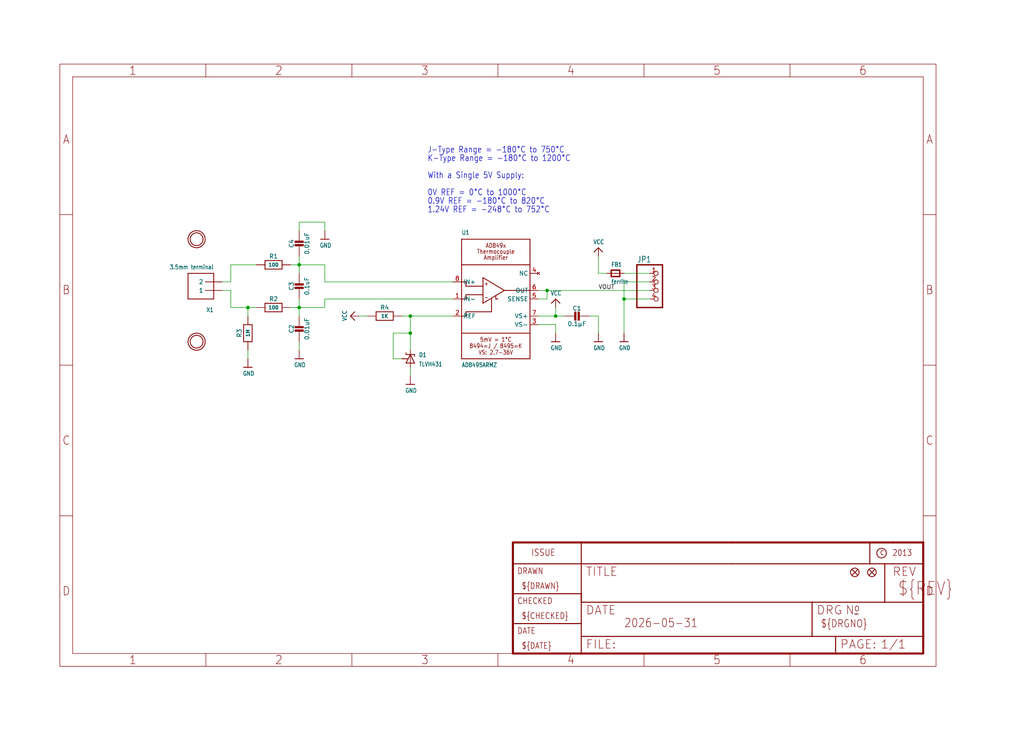
<source format=kicad_sch>
(kicad_sch (version 20230121) (generator eeschema)
  (paper "User" 304.267 217.322)
  (lib_symbols
    (symbol "working-eagle-import:AD849X"
      (property "Reference" "U" (at -10.16 19.05 0))
      (symbol "AD849X_1_0"
        (polyline (pts (xy -10.16 -10.16) (xy -10.16 -17.78)) (stroke (width 0.254)))
        (polyline (pts (xy -10.16 -10.16) (xy -10.16 -5.08)) (stroke (width 0.254)))
        (polyline (pts (xy -10.16 -5.08) (xy -10.16 0)) (stroke (width 0.254)))
        (polyline (pts (xy -10.16 0) (xy -10.16 5.08)) (stroke (width 0.254)))
        (polyline (pts (xy -10.16 0) (xy -8.89 0)) (stroke (width 0.254)))
        (polyline (pts (xy -10.16 5.08) (xy -10.16 10.16)) (stroke (width 0.254)))
        (polyline (pts (xy -10.16 5.08) (xy -8.89 5.08)) (stroke (width 0.254)))
        (polyline (pts (xy -10.16 10.16) (xy -10.16 17.78)) (stroke (width 0.254)))
        (polyline (pts (xy -10.16 10.16) (xy 10.16 10.16)) (stroke (width 0.254)))
        (polyline (pts (xy -10.16 17.78) (xy 10.16 17.78)) (stroke (width 0.254)))
        (polyline (pts (xy -8.89 -5.08) (xy -10.16 -5.08)) (stroke (width 0.254)))
        (polyline (pts (xy -8.89 -3.81) (xy -8.89 -5.08)) (stroke (width 0.254)))
        (polyline (pts (xy -8.89 0) (xy -8.89 1.27)) (stroke (width 0.254)))
        (polyline (pts (xy -8.89 1.27) (xy -3.81 1.27)) (stroke (width 0.254)))
        (polyline (pts (xy -8.89 3.81) (xy -3.81 3.81)) (stroke (width 0.254)))
        (polyline (pts (xy -8.89 5.08) (xy -8.89 3.81)) (stroke (width 0.254)))
        (polyline (pts (xy -3.81 -1.27) (xy -3.81 1.27)) (stroke (width 0.254)))
        (polyline (pts (xy -3.81 1.27) (xy -3.81 3.81)) (stroke (width 0.254)))
        (polyline (pts (xy -3.81 3.81) (xy -3.81 6.35)) (stroke (width 0.254)))
        (polyline (pts (xy -3.81 6.35) (xy 2.54 2.54)) (stroke (width 0.254)))
        (polyline (pts (xy -1.27 -3.81) (xy -8.89 -3.81)) (stroke (width 0.254)))
        (polyline (pts (xy -1.27 0) (xy -1.27 -3.81)) (stroke (width 0.254)))
        (polyline (pts (xy 0 0) (xy 0 1.016)) (stroke (width 0.254)))
        (polyline (pts (xy 0 0) (xy 0.635 0)) (stroke (width 0.254)))
        (polyline (pts (xy 0 1.016) (xy -3.81 -1.27)) (stroke (width 0.254)))
        (polyline (pts (xy 2.54 2.54) (xy 0 1.016)) (stroke (width 0.254)))
        (polyline (pts (xy 2.54 2.54) (xy 10.16 2.54)) (stroke (width 0.254)))
        (polyline (pts (xy 10.16 -17.78) (xy -10.16 -17.78)) (stroke (width 0.254)))
        (polyline (pts (xy 10.16 -10.16) (xy -10.16 -10.16)) (stroke (width 0.254)))
        (polyline (pts (xy 10.16 -10.16) (xy 10.16 -17.78)) (stroke (width 0.254)))
        (polyline (pts (xy 10.16 2.54) (xy 10.16 -10.16)) (stroke (width 0.254)))
        (polyline (pts (xy 10.16 10.16) (xy 10.16 2.54)) (stroke (width 0.254)))
        (polyline (pts (xy 10.16 17.78) (xy 10.16 10.16)) (stroke (width 0.254)))
        (text "+" (at -2.794 4.572 0) (effects (font (size 1.27 1.0795))))
        (text "-" (at -2.794 0.508 0) (effects (font (size 1.27 1.0795))))
        (text "5mV = 1°C" (at 0 -12.065 0) (effects (font (size 1.27 1.0795))))
        (text "8494=J / 8495=K" (at 0 -13.97 0) (effects (font (size 1.27 1.0795))))
        (text "AD849x" (at 0 15.875 0) (effects (font (size 1.27 1.0795))))
        (text "Amplifier" (at 0 12.319 0) (effects (font (size 1.27 1.0795))))
        (text "Thermocouple" (at 0 14.097 0) (effects (font (size 1.27 1.0795))))
        (text "VS: 2.7-36V" (at 0 -15.875 0) (effects (font (size 1.27 1.0795))))
        (pin input line (at -12.7 0 0) (length 2.54) (name "IN-") (number "1"))
        (pin input line (at -12.7 -5.08 0) (length 2.54) (name "REF") (number "2"))
        (pin power_in line (at 12.7 -7.62 180) (length 2.54) (name "VS-") (number "3"))
        (pin no_connect line (at 12.7 7.62 180) (length 2.54) (name "NC") (number "4"))
        (pin bidirectional line (at 12.7 0 180) (length 2.54) (name "SENSE") (number "5"))
        (pin output line (at 12.7 2.54 180) (length 2.54) (name "OUT") (number "6"))
        (pin power_in line (at 12.7 -5.08 180) (length 2.54) (name "VS+") (number "7"))
        (pin input line (at -12.7 5.08 0) (length 2.54) (name "IN+") (number "8"))
      )
    )
    (symbol "working-eagle-import:CAP_CERAMIC0805-NOOUTLINE"
      (property "Reference" "C" (at -2.29 1.25 90))
      (symbol "CAP_CERAMIC0805-NOOUTLINE_1_0"
        (rectangle (start -1.27 0.508) (end 1.27 1.016) (fill (type outline)))
        (rectangle (start -1.27 1.524) (end 1.27 2.032) (fill (type outline)))
        (polyline (pts (xy 0 0.762) (xy 0 0)) (stroke (width 0.1524)))
        (polyline (pts (xy 0 2.54) (xy 0 1.778)) (stroke (width 0.1524)))
        (pin passive line (at 0 5.08 270) (length 2.54) (name "1") (number "1"))
        (pin passive line (at 0 -2.54 90) (length 2.54) (name "2") (number "2"))
      )
    )
    (symbol "working-eagle-import:FERRITE0805"
      (property "Reference" "FB" (at -1.27 1.905 0))
      (symbol "FERRITE0805_1_0"
        (polyline (pts (xy -1.27 -0.9525) (xy -1.27 0.9525)) (stroke (width 0.4064)))
        (polyline (pts (xy -1.27 0.9525) (xy 1.27 0.9525)) (stroke (width 0.4064)))
        (polyline (pts (xy 1.27 -0.9525) (xy -1.27 -0.9525)) (stroke (width 0.4064)))
        (polyline (pts (xy 1.27 0.9525) (xy 1.27 -0.9525)) (stroke (width 0.4064)))
        (pin passive line (at -2.54 0 0) (length 2.54) (name "P$1") (number "1"))
        (pin passive line (at 2.54 0 180) (length 2.54) (name "P$2") (number "2"))
      )
    )
    (symbol "working-eagle-import:FIDUCIAL{dblquote}{dblquote}"
      (symbol "FIDUCIAL{dblquote}{dblquote}_1_0"
        (polyline (pts (xy -0.762 0.762) (xy 0.762 -0.762)) (stroke (width 0.254)))
        (polyline (pts (xy 0.762 0.762) (xy -0.762 -0.762)) (stroke (width 0.254)))
        (circle (center 0 0) (radius 1.27) (stroke (width 0.254)))
      )
    )
    (symbol "working-eagle-import:FRAME_A4"
      (symbol "FRAME_A4_1_0"
        (polyline (pts (xy 0 44.7675) (xy 3.81 44.7675)))
        (polyline (pts (xy 0 89.535) (xy 3.81 89.535)))
        (polyline (pts (xy 0 134.3025) (xy 3.81 134.3025)))
        (polyline (pts (xy 3.81 3.81) (xy 3.81 175.26)))
        (polyline (pts (xy 43.3917 0) (xy 43.3917 3.81)))
        (polyline (pts (xy 43.3917 175.26) (xy 43.3917 179.07)))
        (polyline (pts (xy 86.7833 0) (xy 86.7833 3.81)))
        (polyline (pts (xy 86.7833 175.26) (xy 86.7833 179.07)))
        (polyline (pts (xy 130.175 0) (xy 130.175 3.81)))
        (polyline (pts (xy 130.175 175.26) (xy 130.175 179.07)))
        (polyline (pts (xy 173.5667 0) (xy 173.5667 3.81)))
        (polyline (pts (xy 173.5667 175.26) (xy 173.5667 179.07)))
        (polyline (pts (xy 216.9583 0) (xy 216.9583 3.81)))
        (polyline (pts (xy 216.9583 175.26) (xy 216.9583 179.07)))
        (polyline (pts (xy 256.54 3.81) (xy 3.81 3.81)))
        (polyline (pts (xy 256.54 3.81) (xy 256.54 8.89)) (stroke (width 0.1016)))
        (polyline (pts (xy 256.54 3.81) (xy 256.54 175.26)))
        (polyline (pts (xy 256.54 8.89) (xy 256.54 13.97)) (stroke (width 0.1016)))
        (polyline (pts (xy 256.54 13.97) (xy 256.54 19.05)) (stroke (width 0.1016)))
        (polyline (pts (xy 256.54 19.05) (xy 256.54 36.83)) (stroke (width 0.1016)))
        (polyline (pts (xy 256.54 44.7675) (xy 260.35 44.7675)))
        (polyline (pts (xy 256.54 89.535) (xy 260.35 89.535)))
        (polyline (pts (xy 256.54 134.3025) (xy 260.35 134.3025)))
        (polyline (pts (xy 256.54 175.26) (xy 3.81 175.26)))
        (polyline (pts (xy 0 0) (xy 260.35 0) (xy 260.35 179.07) (xy 0 179.07) (xy 0 0)))
        (text "1" (at 21.6958 1.905 0) (effects (font (size 2.54 2.286))))
        (text "1" (at 21.6958 177.165 0) (effects (font (size 2.54 2.286))))
        (text "2" (at 65.0875 1.905 0) (effects (font (size 2.54 2.286))))
        (text "2" (at 65.0875 177.165 0) (effects (font (size 2.54 2.286))))
        (text "3" (at 108.4792 1.905 0) (effects (font (size 2.54 2.286))))
        (text "3" (at 108.4792 177.165 0) (effects (font (size 2.54 2.286))))
        (text "4" (at 151.8708 1.905 0) (effects (font (size 2.54 2.286))))
        (text "4" (at 151.8708 177.165 0) (effects (font (size 2.54 2.286))))
        (text "5" (at 195.2625 1.905 0) (effects (font (size 2.54 2.286))))
        (text "5" (at 195.2625 177.165 0) (effects (font (size 2.54 2.286))))
        (text "6" (at 238.6542 1.905 0) (effects (font (size 2.54 2.286))))
        (text "6" (at 238.6542 177.165 0) (effects (font (size 2.54 2.286))))
        (text "A" (at 1.905 156.6863 0) (effects (font (size 2.54 2.286))))
        (text "A" (at 258.445 156.6863 0) (effects (font (size 2.54 2.286))))
        (text "B" (at 1.905 111.9188 0) (effects (font (size 2.54 2.286))))
        (text "B" (at 258.445 111.9188 0) (effects (font (size 2.54 2.286))))
        (text "C" (at 1.905 67.1513 0) (effects (font (size 2.54 2.286))))
        (text "C" (at 258.445 67.1513 0) (effects (font (size 2.54 2.286))))
        (text "D" (at 1.905 22.3838 0) (effects (font (size 2.54 2.286))))
        (text "D" (at 258.445 22.3838 0) (effects (font (size 2.54 2.286))))
      )
      (symbol "FRAME_A4_2_0"
        (polyline (pts (xy 1.27 -6.35) (xy 1.27 0)) (stroke (width 0.1016)))
        (polyline (pts (xy 1.27 0) (xy 82.55 0)) (stroke (width 0.1016)))
        (polyline (pts (xy 82.55 -6.35) (xy 1.27 -6.35)) (stroke (width 0.1016)))
        (polyline (pts (xy 82.55 0) (xy 82.55 -6.35)) (stroke (width 0.1016)))
        (text "PART OR WHOLE IS STRICTLY PROHIBITED WITHOUT WRITTEN PERMISSION!" (at 3.81 -5.08 0) (effects (font (size 1.27 1.0795)) (justify left bottom)))
        (text "PROPRIETARY" (at 3.81 -10.16 0) (effects (font (size 2.54 2.159) (thickness 0.4318) bold) (justify left bottom)))
        (text "THIS DRAWING CONTAINS CONFIDENTIAL INFORMATION. ANY REPRODUCTION IN" (at 3.81 -2.794 0) (effects (font (size 1.27 1.0795)) (justify left bottom)))
      )
      (symbol "FRAME_A4_3_0"
        (polyline (pts (xy 0 1.27) (xy 20.32 1.27)) (stroke (width 0.6096)))
        (polyline (pts (xy 0 10.16) (xy 0 1.27)) (stroke (width 0.6096)))
        (polyline (pts (xy 0 10.16) (xy 20.32 10.16)) (stroke (width 0.3048)))
        (polyline (pts (xy 0 19.05) (xy 0 10.16)) (stroke (width 0.6096)))
        (polyline (pts (xy 0 19.05) (xy 20.32 19.05)) (stroke (width 0.3048)))
        (polyline (pts (xy 0 27.94) (xy 0 19.05)) (stroke (width 0.6096)))
        (polyline (pts (xy 0 27.94) (xy 20.32 27.94)) (stroke (width 0.3048)))
        (polyline (pts (xy 0 34.29) (xy 0 27.94)) (stroke (width 0.6096)))
        (polyline (pts (xy 20.32 1.27) (xy 20.32 6.35)) (stroke (width 0.3048)))
        (polyline (pts (xy 20.32 1.27) (xy 95.885 1.27)) (stroke (width 0.6096)))
        (polyline (pts (xy 20.32 6.35) (xy 20.32 10.16)) (stroke (width 0.3048)))
        (polyline (pts (xy 20.32 6.35) (xy 88.9 6.35)) (stroke (width 0.3048)))
        (polyline (pts (xy 20.32 10.16) (xy 20.32 19.05)) (stroke (width 0.3048)))
        (polyline (pts (xy 20.32 16.51) (xy 20.32 19.05)) (stroke (width 0.3048)))
        (polyline (pts (xy 20.32 19.05) (xy 20.32 27.94)) (stroke (width 0.3048)))
        (polyline (pts (xy 20.32 27.94) (xy 20.32 34.29)) (stroke (width 0.3048)))
        (polyline (pts (xy 20.32 27.94) (xy 65.0875 27.94)) (stroke (width 0.3048)))
        (polyline (pts (xy 20.32 34.29) (xy 0 34.29)) (stroke (width 0.6096)))
        (polyline (pts (xy 65.0875 27.94) (xy 106.045 27.94)) (stroke (width 0.3048)))
        (polyline (pts (xy 65.0875 34.29) (xy 20.32 34.29)) (stroke (width 0.6096)))
        (polyline (pts (xy 88.9 6.35) (xy 95.885 6.35)) (stroke (width 0.3048)))
        (polyline (pts (xy 88.9 16.51) (xy 20.32 16.51)) (stroke (width 0.3048)))
        (polyline (pts (xy 88.9 16.51) (xy 88.9 6.35)) (stroke (width 0.3048)))
        (polyline (pts (xy 95.885 1.27) (xy 121.92 1.27)) (stroke (width 0.6096)))
        (polyline (pts (xy 95.885 6.35) (xy 95.885 1.27)) (stroke (width 0.3048)))
        (polyline (pts (xy 95.885 6.35) (xy 121.92 6.35)) (stroke (width 0.3048)))
        (polyline (pts (xy 101.6 13.0175) (xy 102.5525 13.0175)) (stroke (width 0.254)))
        (polyline (pts (xy 106.045 27.94) (xy 106.045 34.29)) (stroke (width 0.3048)))
        (polyline (pts (xy 106.045 27.94) (xy 110.49 27.94)) (stroke (width 0.3048)))
        (polyline (pts (xy 106.045 34.29) (xy 65.0875 34.29)) (stroke (width 0.6096)))
        (polyline (pts (xy 110.49 16.51) (xy 88.9 16.51)) (stroke (width 0.3048)))
        (polyline (pts (xy 110.49 27.94) (xy 110.49 16.51)) (stroke (width 0.3048)))
        (polyline (pts (xy 110.49 27.94) (xy 113.03 27.94)) (stroke (width 0.3048)))
        (polyline (pts (xy 113.03 27.94) (xy 121.92 27.94)) (stroke (width 0.3048)))
        (polyline (pts (xy 113.03 34.29) (xy 106.045 34.29)) (stroke (width 0.6096)))
        (polyline (pts (xy 121.92 6.35) (xy 121.92 1.27)) (stroke (width 0.6096)))
        (polyline (pts (xy 121.92 16.51) (xy 110.49 16.51)) (stroke (width 0.3048)))
        (polyline (pts (xy 121.92 16.51) (xy 121.92 6.35)) (stroke (width 0.6096)))
        (polyline (pts (xy 121.92 27.94) (xy 121.92 16.51)) (stroke (width 0.6096)))
        (polyline (pts (xy 121.92 34.29) (xy 113.03 34.29)) (stroke (width 0.6096)))
        (polyline (pts (xy 121.92 34.29) (xy 121.92 27.94)) (stroke (width 0.6096)))
        (circle (center 109.5375 31.115) (radius 1.4199) (stroke (width 0.254)))
        (text "${#}/${##}" (at 109.22 2.54 0) (effects (font (size 2.54 2.54)) (justify left bottom)))
        (text "${CHECKED}" (at 2.54 11.43 0) (effects (font (size 1.778 1.5113)) (justify left bottom)))
        (text "${COMPANY}" (at 23.6538 29.3687 0) (effects (font (size 3.175 2.6987) (thickness 0.5397) bold) (justify left bottom)))
        (text "${CURRENT_DATE}" (at 33.02 8.89 0) (effects (font (size 2.54 2.159)) (justify left bottom)))
        (text "${DATE}" (at 2.54 2.54 0) (effects (font (size 1.778 1.5113)) (justify left bottom)))
        (text "${DRAWN}" (at 2.54 20.32 0) (effects (font (size 1.778 1.5113)) (justify left bottom)))
        (text "${DRGNO}" (at 91.44 8.89 0) (effects (font (size 2.1844 1.8567)) (justify left bottom)))
        (text "${PROJECTNAME}" (at 33.3375 2.54 0) (effects (font (size 2.54 2.159)) (justify left bottom)))
        (text "${REV}" (at 114.3 18.415 0) (effects (font (size 3.81 3.2385)) (justify left bottom)))
        (text "2013" (at 112.7125 30.1625 0) (effects (font (size 1.778 1.5113)) (justify left bottom)))
        (text "C" (at 109.0612 30.48 0) (effects (font (size 1.27 1.0795)) (justify left bottom)))
        (text "CHECKED" (at 1.27 15.875 0) (effects (font (size 1.778 1.5113)) (justify left bottom)))
        (text "DATE" (at 1.27 6.985 0) (effects (font (size 1.778 1.5113)) (justify left bottom)))
        (text "DATE" (at 21.59 12.7 0) (effects (font (size 2.54 2.54)) (justify left bottom)))
        (text "DRAWN" (at 1.27 24.765 0) (effects (font (size 1.778 1.5113)) (justify left bottom)))
        (text "DRG" (at 90.17 12.7 0) (effects (font (size 2.54 2.54)) (justify left bottom)))
        (text "FILE:" (at 21.59 2.54 0) (effects (font (size 2.54 2.54)) (justify left bottom)))
        (text "ISSUE" (at 5.3975 30.1625 0) (effects (font (size 1.9304 1.6408)) (justify left bottom)))
        (text "N" (at 98.7425 12.7 0) (effects (font (size 2.54 2.54)) (justify left bottom)))
        (text "o" (at 101.2825 13.6525 0) (effects (font (size 2.1844 1.8567)) (justify left bottom)))
        (text "PAGE:" (at 97.155 2.54 0) (effects (font (size 2.54 2.54)) (justify left bottom)))
        (text "REV" (at 112.7125 24.13 0) (effects (font (size 2.54 2.54)) (justify left bottom)))
        (text "TITLE" (at 21.59 24.13 0) (effects (font (size 2.54 2.54)) (justify left bottom)))
      )
    )
    (symbol "working-eagle-import:GND" (power)
      (property "Value" "GND" (at -1.524 -2.54 0))
      (symbol "GND_1_0"
        (polyline (pts (xy -1.27 0) (xy 1.27 0)) (stroke (width 0.254)))
        (pin power_in line (at 0 2.54 270) (length 2.54) (name "GND") (number "1"))
      )
    )
    (symbol "working-eagle-import:HEADER-1X4ROUND"
      (property "Reference" "JP" (at -6.35 8.255 0))
      (symbol "HEADER-1X4ROUND_1_0"
        (polyline (pts (xy -6.35 -5.08) (xy 1.27 -5.08)) (stroke (width 0.4064)))
        (polyline (pts (xy -6.35 7.62) (xy -6.35 -5.08)) (stroke (width 0.4064)))
        (polyline (pts (xy 1.27 -5.08) (xy 1.27 7.62)) (stroke (width 0.4064)))
        (polyline (pts (xy 1.27 7.62) (xy -6.35 7.62)) (stroke (width 0.4064)))
        (pin passive inverted (at -2.54 5.08 0) (length 2.54) (name "1") (number "1"))
        (pin passive inverted (at -2.54 2.54 0) (length 2.54) (name "2") (number "2"))
        (pin passive inverted (at -2.54 0 0) (length 2.54) (name "3") (number "3"))
        (pin passive inverted (at -2.54 -2.54 0) (length 2.54) (name "4") (number "4"))
      )
    )
    (symbol "working-eagle-import:MOUNTINGHOLE2.5"
      (symbol "MOUNTINGHOLE2.5_1_0"
        (circle (center 0 0) (radius 1.905) (stroke (width 0.254)))
        (circle (center 0 0) (radius 2.54) (stroke (width 0.254)))
      )
    )
    (symbol "working-eagle-import:RESISTOR0805_NOOUTLINE"
      (property "Reference" "R" (at 0 2.54 0))
      (symbol "RESISTOR0805_NOOUTLINE_1_0"
        (polyline (pts (xy -2.54 -1.27) (xy -2.54 1.27)) (stroke (width 0.254)))
        (polyline (pts (xy -2.54 1.27) (xy 2.54 1.27)) (stroke (width 0.254)))
        (polyline (pts (xy 2.54 -1.27) (xy -2.54 -1.27)) (stroke (width 0.254)))
        (polyline (pts (xy 2.54 1.27) (xy 2.54 -1.27)) (stroke (width 0.254)))
        (pin passive line (at -5.08 0 0) (length 2.54) (name "1") (number "1"))
        (pin passive line (at 5.08 0 180) (length 2.54) (name "2") (number "2"))
      )
    )
    (symbol "working-eagle-import:SHUNT-VREF"
      (property "Reference" "D" (at 2.54 0.4826 0))
      (symbol "SHUNT-VREF_1_0"
        (polyline (pts (xy -2.54 0) (xy -0.635 0)) (stroke (width 0.254)))
        (polyline (pts (xy -1.27 -1.27) (xy 1.27 -1.27)) (stroke (width 0.254)))
        (polyline (pts (xy -1.27 1.27) (xy -1.27 1.778)) (stroke (width 0.254)))
        (polyline (pts (xy -1.27 1.27) (xy 0 1.27)) (stroke (width 0.254)))
        (polyline (pts (xy -0.635 0) (xy -1.27 -1.27)) (stroke (width 0.254)))
        (polyline (pts (xy 0 1.27) (xy -0.635 0)) (stroke (width 0.254)))
        (polyline (pts (xy 0 1.27) (xy 1.27 1.27)) (stroke (width 0.254)))
        (polyline (pts (xy 1.27 -1.27) (xy 0 1.27)) (stroke (width 0.254)))
        (polyline (pts (xy 1.27 1.27) (xy 1.27 0.762)) (stroke (width 0.254)))
        (pin passive line (at -2.54 0 0) (length 0) (name "VREF") (number "1"))
        (pin passive line (at 0 2.54 270) (length 2.54) (name "C") (number "2"))
        (pin passive line (at 0 -2.54 90) (length 2.54) (name "A") (number "3"))
      )
    )
    (symbol "working-eagle-import:TERMBLOCK_1X2"
      (property "Reference" "X" (at -2.54 7.62 0))
      (symbol "TERMBLOCK_1X2_1_0"
        (polyline (pts (xy -2.54 -2.54) (xy 5.08 -2.54)) (stroke (width 0.254)))
        (polyline (pts (xy -2.54 5.08) (xy -2.54 -2.54)) (stroke (width 0.254)))
        (polyline (pts (xy 5.08 -2.54) (xy 5.08 5.08)) (stroke (width 0.254)))
        (polyline (pts (xy 5.08 5.08) (xy -2.54 5.08)) (stroke (width 0.254)))
        (pin passive line (at -5.08 2.54 0) (length 5.08) (name "1") (number "1"))
        (pin passive line (at -5.08 0 0) (length 5.08) (name "2") (number "2"))
      )
    )
    (symbol "working-eagle-import:VCC" (power)
      (property "Value" "VCC" (at -1.524 1.016 0))
      (symbol "VCC_1_0"
        (polyline (pts (xy -1.27 -1.27) (xy 0 0)) (stroke (width 0.254)))
        (polyline (pts (xy 0 0) (xy 1.27 -1.27)) (stroke (width 0.254)))
        (pin power_in line (at 0 -2.54 90) (length 2.54) (name "VCC") (number "1"))
      )
    )
  )
  (junction (at 88.9 91.44))
  (junction (at 121.92 93.98))
  (junction (at 165.1 93.98))
  (junction (at 73.66 91.44))
  (junction (at 88.9 78.74))
  (junction (at 121.92 99.06))
  (junction (at 185.42 88.9))
  (junction (at 162.56 86.36))
  (wire (pts (xy 88.9 81.28) (xy 88.9 78.74)) (stroke (width 0.1524)))
  (wire (pts (xy 177.8 81.28) (xy 177.8 76.2)) (stroke (width 0.1524)))
  (wire (pts (xy 116.84 106.68) (xy 116.84 99.06)) (stroke (width 0.1524)))
  (wire (pts (xy 165.1 93.98) (xy 167.64 93.98)) (stroke (width 0.1524)))
  (wire (pts (xy 88.9 91.44) (xy 86.36 91.44)) (stroke (width 0.1524)))
  (wire (pts (xy 68.58 91.44) (xy 68.58 86.36)) (stroke (width 0.1524)))
  (wire (pts (xy 96.52 91.44) (xy 88.9 91.44)) (stroke (width 0.1524)))
  (wire (pts (xy 68.58 83.82) (xy 66.04 83.82)) (stroke (width 0.1524)))
  (wire (pts (xy 175.26 93.98) (xy 177.8 93.98)) (stroke (width 0.1524)))
  (wire (pts (xy 134.62 88.9) (xy 96.52 88.9)) (stroke (width 0.1524)))
  (wire (pts (xy 88.9 88.9) (xy 88.9 91.44)) (stroke (width 0.1524)))
  (wire (pts (xy 68.58 78.74) (xy 68.58 83.82)) (stroke (width 0.1524)))
  (wire (pts (xy 185.42 88.9) (xy 185.42 99.06)) (stroke (width 0.1524)))
  (wire (pts (xy 177.8 93.98) (xy 177.8 99.06)) (stroke (width 0.1524)))
  (wire (pts (xy 121.92 109.22) (xy 121.92 111.76)) (stroke (width 0.1524)))
  (wire (pts (xy 119.38 106.68) (xy 116.84 106.68)) (stroke (width 0.1524)))
  (wire (pts (xy 96.52 66.04) (xy 96.52 68.58)) (stroke (width 0.1524)))
  (wire (pts (xy 121.92 93.98) (xy 134.62 93.98)) (stroke (width 0.1524)))
  (wire (pts (xy 165.1 91.44) (xy 165.1 93.98)) (stroke (width 0.1524)))
  (wire (pts (xy 160.02 93.98) (xy 165.1 93.98)) (stroke (width 0.1524)))
  (wire (pts (xy 76.2 78.74) (xy 68.58 78.74)) (stroke (width 0.1524)))
  (wire (pts (xy 88.9 101.6) (xy 88.9 104.14)) (stroke (width 0.1524)))
  (wire (pts (xy 193.04 81.28) (xy 185.42 81.28)) (stroke (width 0.1524)))
  (wire (pts (xy 88.9 78.74) (xy 88.9 76.2)) (stroke (width 0.1524)))
  (wire (pts (xy 73.66 91.44) (xy 73.66 93.98)) (stroke (width 0.1524)))
  (wire (pts (xy 180.34 81.28) (xy 177.8 81.28)) (stroke (width 0.1524)))
  (wire (pts (xy 185.42 83.82) (xy 185.42 88.9)) (stroke (width 0.1524)))
  (wire (pts (xy 121.92 99.06) (xy 121.92 93.98)) (stroke (width 0.1524)))
  (wire (pts (xy 88.9 78.74) (xy 86.36 78.74)) (stroke (width 0.1524)))
  (wire (pts (xy 88.9 68.58) (xy 88.9 66.04)) (stroke (width 0.1524)))
  (wire (pts (xy 160.02 88.9) (xy 162.56 88.9)) (stroke (width 0.1524)))
  (wire (pts (xy 109.22 93.98) (xy 106.68 93.98)) (stroke (width 0.1524)))
  (wire (pts (xy 88.9 91.44) (xy 88.9 93.98)) (stroke (width 0.1524)))
  (wire (pts (xy 134.62 83.82) (xy 96.52 83.82)) (stroke (width 0.1524)))
  (wire (pts (xy 119.38 93.98) (xy 121.92 93.98)) (stroke (width 0.1524)))
  (wire (pts (xy 68.58 86.36) (xy 66.04 86.36)) (stroke (width 0.1524)))
  (wire (pts (xy 160.02 86.36) (xy 162.56 86.36)) (stroke (width 0.1524)))
  (wire (pts (xy 165.1 96.52) (xy 165.1 99.06)) (stroke (width 0.1524)))
  (wire (pts (xy 116.84 99.06) (xy 121.92 99.06)) (stroke (width 0.1524)))
  (wire (pts (xy 162.56 86.36) (xy 193.04 86.36)) (stroke (width 0.1524)))
  (wire (pts (xy 193.04 83.82) (xy 185.42 83.82)) (stroke (width 0.1524)))
  (wire (pts (xy 96.52 88.9) (xy 96.52 91.44)) (stroke (width 0.1524)))
  (wire (pts (xy 96.52 83.82) (xy 96.52 78.74)) (stroke (width 0.1524)))
  (wire (pts (xy 162.56 88.9) (xy 162.56 86.36)) (stroke (width 0.1524)))
  (wire (pts (xy 73.66 106.68) (xy 73.66 104.14)) (stroke (width 0.1524)))
  (wire (pts (xy 76.2 91.44) (xy 73.66 91.44)) (stroke (width 0.1524)))
  (wire (pts (xy 121.92 99.06) (xy 121.92 104.14)) (stroke (width 0.1524)))
  (wire (pts (xy 160.02 96.52) (xy 165.1 96.52)) (stroke (width 0.1524)))
  (wire (pts (xy 96.52 78.74) (xy 88.9 78.74)) (stroke (width 0.1524)))
  (wire (pts (xy 88.9 66.04) (xy 96.52 66.04)) (stroke (width 0.1524)))
  (wire (pts (xy 73.66 91.44) (xy 68.58 91.44)) (stroke (width 0.1524)))
  (wire (pts (xy 193.04 88.9) (xy 185.42 88.9)) (stroke (width 0.1524)))
  (text "1.24V REF = -248°C to 752°C" (at 127 63.5 0) (effects (font (size 1.778 1.5113)) (justify left bottom)))
  (text "0.9V REF = -180°C to 820°C" (at 127 60.96 0) (effects (font (size 1.778 1.5113)) (justify left bottom)))
  (text "K-Type Range = -180°C to 1200°C" (at 127 48.26 0) (effects (font (size 1.778 1.5113)) (justify left bottom)))
  (text "0V REF = 0°C to 1000°C" (at 127 58.42 0) (effects (font (size 1.778 1.5113)) (justify left bottom)))
  (text "J-Type Range = -180°C to 750°C" (at 127 45.72 0) (effects (font (size 1.778 1.5113)) (justify left bottom)))
  (text "With a Single 5V Supply:" (at 127 53.34 0) (effects (font (size 1.778 1.5113)) (justify left bottom)))
  (label "VOUT" (at 177.8 86.36 0) (effects (font (size 1.2446 1.2446))))
  (symbol (lib_id "working-eagle-import:RESISTOR0805_NOOUTLINE") (at 114.3 93.98 0) (unit 1)
    (property "Reference" "R4" (at 114.3 91.44 0))
    (property "Value" "1K" (at 114.3 93.98 0) (effects (font (size 1.016 1.016) bold)))
    (property "Footprint" "working:0805-NO" (effects hide))
  )
  (symbol (lib_id "working-eagle-import:FRAME_A4") (at 152.4 195.58 0) (unit 3)
    (property "Reference" "#FRAME1" (effects hide))
    (property "Value" "FRAME_A4" (effects hide))
  )
  (symbol (lib_id "working-eagle-import:FIDUCIAL{dblquote}{dblquote}") (at 254 170.18 0) (unit 1)
    (property "Reference" "FID2" (effects hide))
    (property "Value" "FIDUCIAL{dblquote}{dblquote}" (effects hide))
    (property "Footprint" "working:FIDUCIAL_1MM" (effects hide))
  )
  (symbol (lib_id "working-eagle-import:GND") (at 177.8 101.6 0) (unit 1)
    (property "Reference" "#U$1" (effects hide))
    (property "Value" "GND" (at 176.276 104.14 0) (effects (font (size 1.27 1.0795)) (justify left bottom)))
  )
  (symbol (lib_id "working-eagle-import:GND") (at 88.9 106.68 0) (unit 1)
    (property "Reference" "#U$4" (effects hide))
    (property "Value" "GND" (at 87.376 109.22 0) (effects (font (size 1.27 1.0795)) (justify left bottom)))
  )
  (symbol (lib_id "working-eagle-import:CAP_CERAMIC0805-NOOUTLINE") (at 88.9 86.36 0) (unit 1)
    (property "Reference" "C3" (at 86.61 85.11 90))
    (property "Value" "0.1uF" (at 91.2 85.11 90))
    (property "Footprint" "working:0805-NO" (effects hide))
  )
  (symbol (lib_id "working-eagle-import:CAP_CERAMIC0805-NOOUTLINE") (at 88.9 99.06 0) (unit 1)
    (property "Reference" "C2" (at 86.61 97.81 90))
    (property "Value" "0.01uF" (at 91.2 97.81 90))
    (property "Footprint" "working:0805-NO" (effects hide))
  )
  (symbol (lib_id "working-eagle-import:CAP_CERAMIC0805-NOOUTLINE") (at 88.9 73.66 0) (unit 1)
    (property "Reference" "C4" (at 86.61 72.41 90))
    (property "Value" "0.01uF" (at 91.2 72.41 90))
    (property "Footprint" "working:0805-NO" (effects hide))
  )
  (symbol (lib_id "working-eagle-import:FIDUCIAL{dblquote}{dblquote}") (at 259.08 170.18 0) (unit 1)
    (property "Reference" "FID1" (effects hide))
    (property "Value" "FIDUCIAL{dblquote}{dblquote}" (effects hide))
    (property "Footprint" "working:FIDUCIAL_1MM" (effects hide))
  )
  (symbol (lib_id "working-eagle-import:TERMBLOCK_1X2") (at 60.96 83.82 180) (unit 1)
    (property "Reference" "X1" (at 63.5 91.44 0) (effects (font (size 1.27 1.0795)) (justify left bottom)))
    (property "Value" "3.5mm terminal" (at 63.5 78.74 0) (effects (font (size 1.27 1.0795)) (justify left bottom)))
    (property "Footprint" "working:TERMBLOCK_1X2-3.5MM" (effects hide))
  )
  (symbol (lib_id "working-eagle-import:RESISTOR0805_NOOUTLINE") (at 81.28 91.44 0) (unit 1)
    (property "Reference" "R2" (at 81.28 88.9 0))
    (property "Value" "100" (at 81.28 91.44 0) (effects (font (size 1.016 1.016) bold)))
    (property "Footprint" "working:0805-NO" (effects hide))
  )
  (symbol (lib_id "working-eagle-import:FERRITE0805") (at 182.88 81.28 0) (unit 1)
    (property "Reference" "FB1" (at 181.61 79.375 0) (effects (font (size 1.27 1.0795)) (justify left bottom)))
    (property "Value" "ferrite" (at 181.61 84.455 0) (effects (font (size 1.27 1.0795)) (justify left bottom)))
    (property "Footprint" "working:0805" (effects hide))
  )
  (symbol (lib_id "working-eagle-import:HEADER-1X4ROUND") (at 195.58 86.36 0) (unit 1)
    (property "Reference" "JP1" (at 189.23 78.105 0) (effects (font (size 1.778 1.5113)) (justify left bottom)))
    (property "Value" "HEADER-1X4ROUND" (effects hide))
    (property "Footprint" "working:1X04_ROUND" (effects hide))
  )
  (symbol (lib_id "working-eagle-import:RESISTOR0805_NOOUTLINE") (at 81.28 78.74 0) (unit 1)
    (property "Reference" "R1" (at 81.28 76.2 0))
    (property "Value" "100" (at 81.28 78.74 0) (effects (font (size 1.016 1.016) bold)))
    (property "Footprint" "working:0805-NO" (effects hide))
  )
  (symbol (lib_id "working-eagle-import:MOUNTINGHOLE2.5") (at 58.42 71.12 0) (unit 1)
    (property "Reference" "U$11" (effects hide))
    (property "Value" "MOUNTINGHOLE2.5" (effects hide))
    (property "Footprint" "working:MOUNTINGHOLE_2.5_PLATED" (effects hide))
  )
  (symbol (lib_id "working-eagle-import:GND") (at 96.52 71.12 0) (unit 1)
    (property "Reference" "#U$5" (effects hide))
    (property "Value" "GND" (at 94.996 73.66 0) (effects (font (size 1.27 1.0795)) (justify left bottom)))
  )
  (symbol (lib_id "working-eagle-import:FRAME_A4") (at 17.78 198.12 0) (unit 1)
    (property "Reference" "#FRAME1" (effects hide))
    (property "Value" "FRAME_A4" (effects hide))
  )
  (symbol (lib_id "working-eagle-import:CAP_CERAMIC0805-NOOUTLINE") (at 170.18 93.98 270) (unit 1)
    (property "Reference" "C1" (at 171.43 91.69 90))
    (property "Value" "0.1µF" (at 171.43 96.28 90))
    (property "Footprint" "working:0805-NO" (effects hide))
  )
  (symbol (lib_id "working-eagle-import:RESISTOR0805_NOOUTLINE") (at 73.66 99.06 90) (unit 1)
    (property "Reference" "R3" (at 71.12 99.06 0))
    (property "Value" "1M" (at 73.66 99.06 0) (effects (font (size 1.016 1.016) bold)))
    (property "Footprint" "working:0805-NO" (effects hide))
  )
  (symbol (lib_id "working-eagle-import:VCC") (at 177.8 73.66 0) (unit 1)
    (property "Reference" "#P+2" (effects hide))
    (property "Value" "VCC" (at 176.276 72.644 0) (effects (font (size 1.27 1.0795)) (justify left bottom)))
  )
  (symbol (lib_id "working-eagle-import:MOUNTINGHOLE2.5") (at 58.42 101.6 0) (unit 1)
    (property "Reference" "U$12" (effects hide))
    (property "Value" "MOUNTINGHOLE2.5" (effects hide))
    (property "Footprint" "working:MOUNTINGHOLE_2.5_PLATED" (effects hide))
  )
  (symbol (lib_id "working-eagle-import:AD849X") (at 147.32 88.9 0) (unit 1)
    (property "Reference" "U1" (at 137.16 69.85 0) (effects (font (size 1.27 1.0795)) (justify left bottom)))
    (property "Value" "AD8495ARMZ " (at 137.16 109.22 0) (effects (font (size 1.27 1.0795)) (justify left bottom)))
    (property "Footprint" "working:MSOP8_0.65MM" (effects hide))
  )
  (symbol (lib_id "working-eagle-import:GND") (at 121.92 114.3 0) (unit 1)
    (property "Reference" "#U$3" (effects hide))
    (property "Value" "GND" (at 120.396 116.84 0) (effects (font (size 1.27 1.0795)) (justify left bottom)))
  )
  (symbol (lib_id "working-eagle-import:GND") (at 73.66 109.22 0) (unit 1)
    (property "Reference" "#U$6" (effects hide))
    (property "Value" "GND" (at 72.136 111.76 0) (effects (font (size 1.27 1.0795)) (justify left bottom)))
  )
  (symbol (lib_id "working-eagle-import:GND") (at 185.42 101.6 0) (unit 1)
    (property "Reference" "#U$7" (effects hide))
    (property "Value" "GND" (at 183.896 104.14 0) (effects (font (size 1.27 1.0795)) (justify left bottom)))
  )
  (symbol (lib_id "working-eagle-import:SHUNT-VREF") (at 121.92 106.68 0) (unit 1)
    (property "Reference" "D1" (at 124.46 106.1974 0) (effects (font (size 1.27 1.0795)) (justify left bottom)))
    (property "Value" "TLVH431" (at 124.46 108.9914 0) (effects (font (size 1.27 1.0795)) (justify left bottom)))
    (property "Footprint" "working:SOT23-R" (effects hide))
  )
  (symbol (lib_id "working-eagle-import:GND") (at 165.1 101.6 0) (unit 1)
    (property "Reference" "#U$2" (effects hide))
    (property "Value" "GND" (at 163.576 104.14 0) (effects (font (size 1.27 1.0795)) (justify left bottom)))
  )
  (symbol (lib_id "working-eagle-import:VCC") (at 104.14 93.98 90) (unit 1)
    (property "Reference" "#P+3" (effects hide))
    (property "Value" "VCC" (at 103.124 95.504 0) (effects (font (size 1.27 1.0795)) (justify left bottom)))
  )
  (symbol (lib_id "working-eagle-import:VCC") (at 165.1 88.9 0) (unit 1)
    (property "Reference" "#P+1" (effects hide))
    (property "Value" "VCC" (at 163.576 87.884 0) (effects (font (size 1.27 1.0795)) (justify left bottom)))
  )
)
</source>
